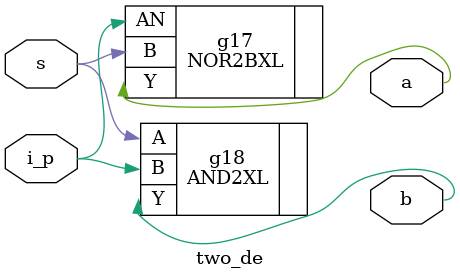
<source format=v>


// Verification Directory fv/two_de 

module two_de(i_p, a, b, s);
  input i_p, s;
  output a, b;
  wire i_p, s;
  wire a, b;
  NOR2BXL g17(.AN (i_p), .B (s), .Y (a));
  AND2XL g18(.A (s), .B (i_p), .Y (b));
endmodule


</source>
